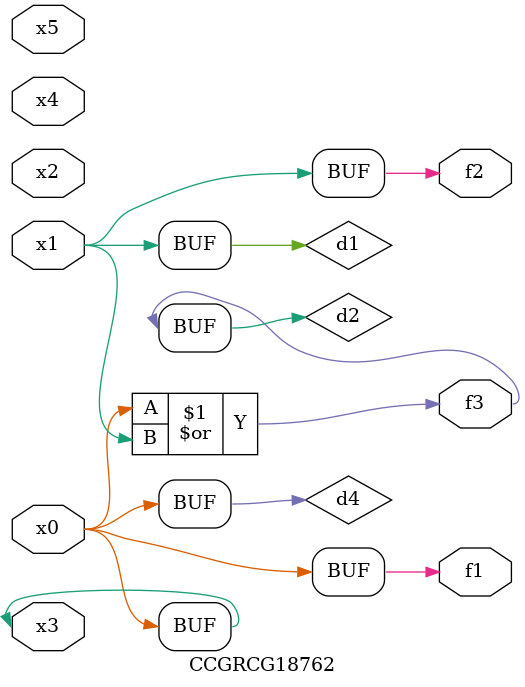
<source format=v>
module CCGRCG18762(
	input x0, x1, x2, x3, x4, x5,
	output f1, f2, f3
);

	wire d1, d2, d3, d4;

	and (d1, x1);
	or (d2, x0, x1);
	nand (d3, x0, x5);
	buf (d4, x0, x3);
	assign f1 = d4;
	assign f2 = d1;
	assign f3 = d2;
endmodule

</source>
